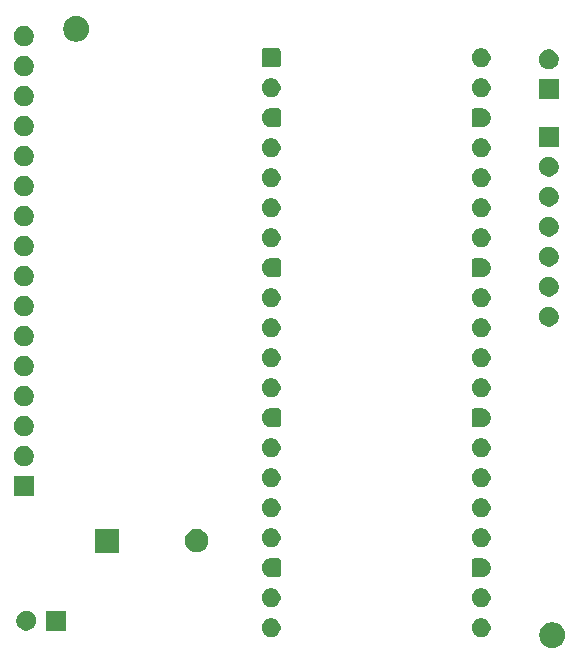
<source format=gbs>
G04 #@! TF.GenerationSoftware,KiCad,Pcbnew,9.0.2*
G04 #@! TF.CreationDate,2025-07-08T19:25:08+03:00*
G04 #@! TF.ProjectId,PCB,5043422e-6b69-4636-9164-5f7063625858,rev?*
G04 #@! TF.SameCoordinates,Original*
G04 #@! TF.FileFunction,Soldermask,Bot*
G04 #@! TF.FilePolarity,Negative*
%FSLAX46Y46*%
G04 Gerber Fmt 4.6, Leading zero omitted, Abs format (unit mm)*
G04 Created by KiCad (PCBNEW 9.0.2) date 2025-07-08 19:25:08*
%MOMM*%
%LPD*%
G01*
G04 APERTURE LIST*
G04 APERTURE END LIST*
G36*
X161756790Y-102430393D02*
G01*
X161920952Y-102483733D01*
X162074748Y-102562096D01*
X162214393Y-102663553D01*
X162336447Y-102785607D01*
X162437904Y-102925252D01*
X162516267Y-103079048D01*
X162569607Y-103243210D01*
X162596609Y-103413695D01*
X162596609Y-103586305D01*
X162569607Y-103756790D01*
X162516267Y-103920952D01*
X162437904Y-104074748D01*
X162336447Y-104214393D01*
X162214393Y-104336447D01*
X162074748Y-104437904D01*
X161920952Y-104516267D01*
X161756790Y-104569607D01*
X161586305Y-104596609D01*
X161413695Y-104596609D01*
X161243210Y-104569607D01*
X161079048Y-104516267D01*
X160925252Y-104437904D01*
X160785607Y-104336447D01*
X160663553Y-104214393D01*
X160562096Y-104074748D01*
X160483733Y-103920952D01*
X160430393Y-103756790D01*
X160403391Y-103586305D01*
X160403391Y-103413695D01*
X160430393Y-103243210D01*
X160483733Y-103079048D01*
X160562096Y-102925252D01*
X160663553Y-102785607D01*
X160785607Y-102663553D01*
X160925252Y-102562096D01*
X161079048Y-102483733D01*
X161243210Y-102430393D01*
X161413695Y-102403391D01*
X161586305Y-102403391D01*
X161756790Y-102430393D01*
G37*
G36*
X137932228Y-102094448D02*
G01*
X138077117Y-102154463D01*
X138207515Y-102241592D01*
X138318408Y-102352485D01*
X138405537Y-102482883D01*
X138465552Y-102627772D01*
X138496148Y-102781586D01*
X138496148Y-102938414D01*
X138465552Y-103092228D01*
X138405537Y-103237117D01*
X138318408Y-103367515D01*
X138207515Y-103478408D01*
X138077117Y-103565537D01*
X137932228Y-103625552D01*
X137778414Y-103656148D01*
X137621586Y-103656148D01*
X137467772Y-103625552D01*
X137322883Y-103565537D01*
X137192485Y-103478408D01*
X137081592Y-103367515D01*
X136994463Y-103237117D01*
X136934448Y-103092228D01*
X136903852Y-102938414D01*
X136903852Y-102781586D01*
X136934448Y-102627772D01*
X136994463Y-102482883D01*
X137081592Y-102352485D01*
X137192485Y-102241592D01*
X137322883Y-102154463D01*
X137467772Y-102094448D01*
X137621586Y-102063852D01*
X137778414Y-102063852D01*
X137932228Y-102094448D01*
G37*
G36*
X155712228Y-102094448D02*
G01*
X155857117Y-102154463D01*
X155987515Y-102241592D01*
X156098408Y-102352485D01*
X156185537Y-102482883D01*
X156245552Y-102627772D01*
X156276148Y-102781586D01*
X156276148Y-102938414D01*
X156245552Y-103092228D01*
X156185537Y-103237117D01*
X156098408Y-103367515D01*
X155987515Y-103478408D01*
X155857117Y-103565537D01*
X155712228Y-103625552D01*
X155558414Y-103656148D01*
X155401586Y-103656148D01*
X155247772Y-103625552D01*
X155102883Y-103565537D01*
X154972485Y-103478408D01*
X154861592Y-103367515D01*
X154774463Y-103237117D01*
X154714448Y-103092228D01*
X154683852Y-102938414D01*
X154683852Y-102781586D01*
X154714448Y-102627772D01*
X154774463Y-102482883D01*
X154861592Y-102352485D01*
X154972485Y-102241592D01*
X155102883Y-102154463D01*
X155247772Y-102094448D01*
X155401586Y-102063852D01*
X155558414Y-102063852D01*
X155712228Y-102094448D01*
G37*
G36*
X120358000Y-103108000D02*
G01*
X118658000Y-103108000D01*
X118658000Y-101408000D01*
X120358000Y-101408000D01*
X120358000Y-103108000D01*
G37*
G36*
X117214742Y-101444601D02*
G01*
X117368687Y-101508367D01*
X117507234Y-101600941D01*
X117625059Y-101718766D01*
X117717633Y-101857313D01*
X117781399Y-102011258D01*
X117813907Y-102174685D01*
X117813907Y-102341315D01*
X117781399Y-102504742D01*
X117717633Y-102658687D01*
X117625059Y-102797234D01*
X117507234Y-102915059D01*
X117368687Y-103007633D01*
X117214742Y-103071399D01*
X117051315Y-103103907D01*
X116884685Y-103103907D01*
X116721258Y-103071399D01*
X116567313Y-103007633D01*
X116428766Y-102915059D01*
X116310941Y-102797234D01*
X116218367Y-102658687D01*
X116154601Y-102504742D01*
X116122093Y-102341315D01*
X116122093Y-102174685D01*
X116154601Y-102011258D01*
X116218367Y-101857313D01*
X116310941Y-101718766D01*
X116428766Y-101600941D01*
X116567313Y-101508367D01*
X116721258Y-101444601D01*
X116884685Y-101412093D01*
X117051315Y-101412093D01*
X117214742Y-101444601D01*
G37*
G36*
X137932228Y-99554448D02*
G01*
X138077117Y-99614463D01*
X138207515Y-99701592D01*
X138318408Y-99812485D01*
X138405537Y-99942883D01*
X138465552Y-100087772D01*
X138496148Y-100241586D01*
X138496148Y-100398414D01*
X138465552Y-100552228D01*
X138405537Y-100697117D01*
X138318408Y-100827515D01*
X138207515Y-100938408D01*
X138077117Y-101025537D01*
X137932228Y-101085552D01*
X137778414Y-101116148D01*
X137621586Y-101116148D01*
X137467772Y-101085552D01*
X137322883Y-101025537D01*
X137192485Y-100938408D01*
X137081592Y-100827515D01*
X136994463Y-100697117D01*
X136934448Y-100552228D01*
X136903852Y-100398414D01*
X136903852Y-100241586D01*
X136934448Y-100087772D01*
X136994463Y-99942883D01*
X137081592Y-99812485D01*
X137192485Y-99701592D01*
X137322883Y-99614463D01*
X137467772Y-99554448D01*
X137621586Y-99523852D01*
X137778414Y-99523852D01*
X137932228Y-99554448D01*
G37*
G36*
X155712228Y-99554448D02*
G01*
X155857117Y-99614463D01*
X155987515Y-99701592D01*
X156098408Y-99812485D01*
X156185537Y-99942883D01*
X156245552Y-100087772D01*
X156276148Y-100241586D01*
X156276148Y-100398414D01*
X156245552Y-100552228D01*
X156185537Y-100697117D01*
X156098408Y-100827515D01*
X155987515Y-100938408D01*
X155857117Y-101025537D01*
X155712228Y-101085552D01*
X155558414Y-101116148D01*
X155401586Y-101116148D01*
X155247772Y-101085552D01*
X155102883Y-101025537D01*
X154972485Y-100938408D01*
X154861592Y-100827515D01*
X154774463Y-100697117D01*
X154714448Y-100552228D01*
X154683852Y-100398414D01*
X154683852Y-100241586D01*
X154714448Y-100087772D01*
X154774463Y-99942883D01*
X154861592Y-99812485D01*
X154972485Y-99701592D01*
X155102883Y-99614463D01*
X155247772Y-99554448D01*
X155401586Y-99523852D01*
X155558414Y-99523852D01*
X155712228Y-99554448D01*
G37*
G36*
X138303536Y-96976464D02*
G01*
X138305915Y-96978843D01*
X138333108Y-96978843D01*
X138339018Y-96978843D01*
X138340931Y-96979224D01*
X138346385Y-96981483D01*
X138346389Y-96981484D01*
X138407569Y-97006826D01*
X138413027Y-97009087D01*
X138414650Y-97010170D01*
X138469830Y-97065350D01*
X138470913Y-97066973D01*
X138500776Y-97139069D01*
X138501157Y-97140982D01*
X138501157Y-97174085D01*
X138503536Y-97176464D01*
X138505000Y-97180000D01*
X138505000Y-98380000D01*
X138503536Y-98383536D01*
X138501157Y-98385915D01*
X138501157Y-98419018D01*
X138500776Y-98420931D01*
X138470913Y-98493027D01*
X138469830Y-98494650D01*
X138414650Y-98549830D01*
X138413027Y-98550913D01*
X138340931Y-98580776D01*
X138339018Y-98581157D01*
X138305915Y-98581157D01*
X138303536Y-98583536D01*
X138300000Y-98585000D01*
X138288066Y-98585000D01*
X137711935Y-98585000D01*
X137700000Y-98585000D01*
X137696464Y-98583536D01*
X137695475Y-98581148D01*
X137624533Y-98581148D01*
X137621586Y-98581148D01*
X137620611Y-98581052D01*
X137466797Y-98550456D01*
X137465859Y-98550171D01*
X137320970Y-98490156D01*
X137320105Y-98489694D01*
X137225362Y-98426389D01*
X137192159Y-98404204D01*
X137192154Y-98404200D01*
X137189707Y-98402565D01*
X137188949Y-98401944D01*
X137078056Y-98291051D01*
X137077435Y-98290293D01*
X137075800Y-98287846D01*
X137075795Y-98287840D01*
X136991943Y-98162345D01*
X136991942Y-98162344D01*
X136990306Y-98159895D01*
X136989844Y-98159030D01*
X136988720Y-98156317D01*
X136988717Y-98156311D01*
X136930955Y-98016860D01*
X136930954Y-98016857D01*
X136929829Y-98014141D01*
X136929544Y-98013203D01*
X136928970Y-98010318D01*
X136928968Y-98010311D01*
X136899523Y-97862281D01*
X136899522Y-97862278D01*
X136898948Y-97859389D01*
X136898852Y-97858414D01*
X136898852Y-97701586D01*
X136898948Y-97700611D01*
X136899523Y-97697718D01*
X136928968Y-97549688D01*
X136928970Y-97549679D01*
X136929544Y-97546797D01*
X136929829Y-97545859D01*
X136930953Y-97543144D01*
X136930955Y-97543139D01*
X136988717Y-97403688D01*
X136988722Y-97403678D01*
X136989844Y-97400970D01*
X136990306Y-97400105D01*
X136991940Y-97397659D01*
X136991943Y-97397654D01*
X137075795Y-97272159D01*
X137075803Y-97272148D01*
X137077435Y-97269707D01*
X137078056Y-97268949D01*
X137188949Y-97158056D01*
X137189707Y-97157435D01*
X137192148Y-97155803D01*
X137192159Y-97155795D01*
X137317654Y-97071943D01*
X137317659Y-97071940D01*
X137320105Y-97070306D01*
X137320970Y-97069844D01*
X137323678Y-97068722D01*
X137323688Y-97068717D01*
X137463139Y-97010955D01*
X137463144Y-97010953D01*
X137465859Y-97009829D01*
X137466797Y-97009544D01*
X137469679Y-97008970D01*
X137469688Y-97008968D01*
X137617718Y-96979523D01*
X137617722Y-96979522D01*
X137620611Y-96978948D01*
X137621586Y-96978852D01*
X137695475Y-96978852D01*
X137696464Y-96976464D01*
X137700000Y-96975000D01*
X138300000Y-96975000D01*
X138303536Y-96976464D01*
G37*
G36*
X155483536Y-96976464D02*
G01*
X155484525Y-96978852D01*
X155555467Y-96978852D01*
X155558414Y-96978852D01*
X155559389Y-96978948D01*
X155562278Y-96979522D01*
X155562281Y-96979523D01*
X155710311Y-97008968D01*
X155710318Y-97008970D01*
X155713203Y-97009544D01*
X155714141Y-97009829D01*
X155716857Y-97010954D01*
X155716860Y-97010955D01*
X155856311Y-97068717D01*
X155856317Y-97068720D01*
X155859030Y-97069844D01*
X155859895Y-97070306D01*
X155862344Y-97071942D01*
X155862345Y-97071943D01*
X155987840Y-97155795D01*
X155987846Y-97155800D01*
X155990293Y-97157435D01*
X155991051Y-97158056D01*
X156101944Y-97268949D01*
X156102565Y-97269707D01*
X156104200Y-97272154D01*
X156104204Y-97272159D01*
X156161152Y-97357389D01*
X156189694Y-97400105D01*
X156190156Y-97400970D01*
X156250171Y-97545859D01*
X156250456Y-97546797D01*
X156281052Y-97700611D01*
X156281148Y-97701586D01*
X156281148Y-97858414D01*
X156281052Y-97859389D01*
X156250456Y-98013203D01*
X156250171Y-98014141D01*
X156190156Y-98159030D01*
X156189694Y-98159895D01*
X156102565Y-98290293D01*
X156101944Y-98291051D01*
X155991051Y-98401944D01*
X155990293Y-98402565D01*
X155859895Y-98489694D01*
X155859030Y-98490156D01*
X155714141Y-98550171D01*
X155713203Y-98550456D01*
X155559389Y-98581052D01*
X155558414Y-98581148D01*
X155484525Y-98581148D01*
X155483536Y-98583536D01*
X155480000Y-98585000D01*
X155468065Y-98585000D01*
X154891934Y-98585000D01*
X154880000Y-98585000D01*
X154876464Y-98583536D01*
X154874085Y-98581157D01*
X154846892Y-98581157D01*
X154840982Y-98581157D01*
X154839069Y-98580776D01*
X154766973Y-98550913D01*
X154765350Y-98549830D01*
X154710170Y-98494650D01*
X154709087Y-98493027D01*
X154706826Y-98487569D01*
X154681484Y-98426389D01*
X154681483Y-98426385D01*
X154679224Y-98420931D01*
X154678843Y-98419018D01*
X154678843Y-98385915D01*
X154676464Y-98383536D01*
X154675000Y-98380000D01*
X154675000Y-97180000D01*
X154676464Y-97176464D01*
X154678843Y-97174085D01*
X154678843Y-97140982D01*
X154679224Y-97139069D01*
X154681482Y-97133615D01*
X154681484Y-97133610D01*
X154706826Y-97072430D01*
X154706827Y-97072427D01*
X154709087Y-97066973D01*
X154710170Y-97065350D01*
X154765350Y-97010170D01*
X154766973Y-97009087D01*
X154772427Y-97006827D01*
X154772430Y-97006826D01*
X154833610Y-96981484D01*
X154833615Y-96981482D01*
X154839069Y-96979224D01*
X154840982Y-96978843D01*
X154874085Y-96978843D01*
X154876464Y-96976464D01*
X154880000Y-96975000D01*
X155480000Y-96975000D01*
X155483536Y-96976464D01*
G37*
G36*
X124800000Y-96500000D02*
G01*
X122800000Y-96500000D01*
X122800000Y-94500000D01*
X124800000Y-94500000D01*
X124800000Y-96500000D01*
G37*
G36*
X131690285Y-94543060D02*
G01*
X131871397Y-94618079D01*
X132034393Y-94726990D01*
X132173010Y-94865607D01*
X132281921Y-95028603D01*
X132356940Y-95209715D01*
X132395185Y-95401983D01*
X132395185Y-95598017D01*
X132356940Y-95790285D01*
X132281921Y-95971397D01*
X132173010Y-96134393D01*
X132034393Y-96273010D01*
X131871397Y-96381921D01*
X131690285Y-96456940D01*
X131498017Y-96495185D01*
X131301983Y-96495185D01*
X131109715Y-96456940D01*
X130928603Y-96381921D01*
X130765607Y-96273010D01*
X130626990Y-96134393D01*
X130518079Y-95971397D01*
X130443060Y-95790285D01*
X130404815Y-95598017D01*
X130404815Y-95401983D01*
X130443060Y-95209715D01*
X130518079Y-95028603D01*
X130626990Y-94865607D01*
X130765607Y-94726990D01*
X130928603Y-94618079D01*
X131109715Y-94543060D01*
X131301983Y-94504815D01*
X131498017Y-94504815D01*
X131690285Y-94543060D01*
G37*
G36*
X137932228Y-94474448D02*
G01*
X138077117Y-94534463D01*
X138207515Y-94621592D01*
X138318408Y-94732485D01*
X138405537Y-94862883D01*
X138465552Y-95007772D01*
X138496148Y-95161586D01*
X138496148Y-95318414D01*
X138465552Y-95472228D01*
X138405537Y-95617117D01*
X138318408Y-95747515D01*
X138207515Y-95858408D01*
X138077117Y-95945537D01*
X137932228Y-96005552D01*
X137778414Y-96036148D01*
X137621586Y-96036148D01*
X137467772Y-96005552D01*
X137322883Y-95945537D01*
X137192485Y-95858408D01*
X137081592Y-95747515D01*
X136994463Y-95617117D01*
X136934448Y-95472228D01*
X136903852Y-95318414D01*
X136903852Y-95161586D01*
X136934448Y-95007772D01*
X136994463Y-94862883D01*
X137081592Y-94732485D01*
X137192485Y-94621592D01*
X137322883Y-94534463D01*
X137467772Y-94474448D01*
X137621586Y-94443852D01*
X137778414Y-94443852D01*
X137932228Y-94474448D01*
G37*
G36*
X155712228Y-94474448D02*
G01*
X155857117Y-94534463D01*
X155987515Y-94621592D01*
X156098408Y-94732485D01*
X156185537Y-94862883D01*
X156245552Y-95007772D01*
X156276148Y-95161586D01*
X156276148Y-95318414D01*
X156245552Y-95472228D01*
X156185537Y-95617117D01*
X156098408Y-95747515D01*
X155987515Y-95858408D01*
X155857117Y-95945537D01*
X155712228Y-96005552D01*
X155558414Y-96036148D01*
X155401586Y-96036148D01*
X155247772Y-96005552D01*
X155102883Y-95945537D01*
X154972485Y-95858408D01*
X154861592Y-95747515D01*
X154774463Y-95617117D01*
X154714448Y-95472228D01*
X154683852Y-95318414D01*
X154683852Y-95161586D01*
X154714448Y-95007772D01*
X154774463Y-94862883D01*
X154861592Y-94732485D01*
X154972485Y-94621592D01*
X155102883Y-94534463D01*
X155247772Y-94474448D01*
X155401586Y-94443852D01*
X155558414Y-94443852D01*
X155712228Y-94474448D01*
G37*
G36*
X137932228Y-91934448D02*
G01*
X138077117Y-91994463D01*
X138207515Y-92081592D01*
X138318408Y-92192485D01*
X138405537Y-92322883D01*
X138465552Y-92467772D01*
X138496148Y-92621586D01*
X138496148Y-92778414D01*
X138465552Y-92932228D01*
X138405537Y-93077117D01*
X138318408Y-93207515D01*
X138207515Y-93318408D01*
X138077117Y-93405537D01*
X137932228Y-93465552D01*
X137778414Y-93496148D01*
X137621586Y-93496148D01*
X137467772Y-93465552D01*
X137322883Y-93405537D01*
X137192485Y-93318408D01*
X137081592Y-93207515D01*
X136994463Y-93077117D01*
X136934448Y-92932228D01*
X136903852Y-92778414D01*
X136903852Y-92621586D01*
X136934448Y-92467772D01*
X136994463Y-92322883D01*
X137081592Y-92192485D01*
X137192485Y-92081592D01*
X137322883Y-91994463D01*
X137467772Y-91934448D01*
X137621586Y-91903852D01*
X137778414Y-91903852D01*
X137932228Y-91934448D01*
G37*
G36*
X155712228Y-91934448D02*
G01*
X155857117Y-91994463D01*
X155987515Y-92081592D01*
X156098408Y-92192485D01*
X156185537Y-92322883D01*
X156245552Y-92467772D01*
X156276148Y-92621586D01*
X156276148Y-92778414D01*
X156245552Y-92932228D01*
X156185537Y-93077117D01*
X156098408Y-93207515D01*
X155987515Y-93318408D01*
X155857117Y-93405537D01*
X155712228Y-93465552D01*
X155558414Y-93496148D01*
X155401586Y-93496148D01*
X155247772Y-93465552D01*
X155102883Y-93405537D01*
X154972485Y-93318408D01*
X154861592Y-93207515D01*
X154774463Y-93077117D01*
X154714448Y-92932228D01*
X154683852Y-92778414D01*
X154683852Y-92621586D01*
X154714448Y-92467772D01*
X154774463Y-92322883D01*
X154861592Y-92192485D01*
X154972485Y-92081592D01*
X155102883Y-91994463D01*
X155247772Y-91934448D01*
X155401586Y-91903852D01*
X155558414Y-91903852D01*
X155712228Y-91934448D01*
G37*
G36*
X117610000Y-91720000D02*
G01*
X115910000Y-91720000D01*
X115910000Y-90020000D01*
X117610000Y-90020000D01*
X117610000Y-91720000D01*
G37*
G36*
X137932228Y-89394448D02*
G01*
X138077117Y-89454463D01*
X138207515Y-89541592D01*
X138318408Y-89652485D01*
X138405537Y-89782883D01*
X138465552Y-89927772D01*
X138496148Y-90081586D01*
X138496148Y-90238414D01*
X138465552Y-90392228D01*
X138405537Y-90537117D01*
X138318408Y-90667515D01*
X138207515Y-90778408D01*
X138077117Y-90865537D01*
X137932228Y-90925552D01*
X137778414Y-90956148D01*
X137621586Y-90956148D01*
X137467772Y-90925552D01*
X137322883Y-90865537D01*
X137192485Y-90778408D01*
X137081592Y-90667515D01*
X136994463Y-90537117D01*
X136934448Y-90392228D01*
X136903852Y-90238414D01*
X136903852Y-90081586D01*
X136934448Y-89927772D01*
X136994463Y-89782883D01*
X137081592Y-89652485D01*
X137192485Y-89541592D01*
X137322883Y-89454463D01*
X137467772Y-89394448D01*
X137621586Y-89363852D01*
X137778414Y-89363852D01*
X137932228Y-89394448D01*
G37*
G36*
X155712228Y-89394448D02*
G01*
X155857117Y-89454463D01*
X155987515Y-89541592D01*
X156098408Y-89652485D01*
X156185537Y-89782883D01*
X156245552Y-89927772D01*
X156276148Y-90081586D01*
X156276148Y-90238414D01*
X156245552Y-90392228D01*
X156185537Y-90537117D01*
X156098408Y-90667515D01*
X155987515Y-90778408D01*
X155857117Y-90865537D01*
X155712228Y-90925552D01*
X155558414Y-90956148D01*
X155401586Y-90956148D01*
X155247772Y-90925552D01*
X155102883Y-90865537D01*
X154972485Y-90778408D01*
X154861592Y-90667515D01*
X154774463Y-90537117D01*
X154714448Y-90392228D01*
X154683852Y-90238414D01*
X154683852Y-90081586D01*
X154714448Y-89927772D01*
X154774463Y-89782883D01*
X154861592Y-89652485D01*
X154972485Y-89541592D01*
X155102883Y-89454463D01*
X155247772Y-89394448D01*
X155401586Y-89363852D01*
X155558414Y-89363852D01*
X155712228Y-89394448D01*
G37*
G36*
X117006742Y-87516601D02*
G01*
X117160687Y-87580367D01*
X117299234Y-87672941D01*
X117417059Y-87790766D01*
X117509633Y-87929313D01*
X117573399Y-88083258D01*
X117605907Y-88246685D01*
X117605907Y-88413315D01*
X117573399Y-88576742D01*
X117509633Y-88730687D01*
X117417059Y-88869234D01*
X117299234Y-88987059D01*
X117160687Y-89079633D01*
X117006742Y-89143399D01*
X116843315Y-89175907D01*
X116676685Y-89175907D01*
X116513258Y-89143399D01*
X116359313Y-89079633D01*
X116220766Y-88987059D01*
X116102941Y-88869234D01*
X116010367Y-88730687D01*
X115946601Y-88576742D01*
X115914093Y-88413315D01*
X115914093Y-88246685D01*
X115946601Y-88083258D01*
X116010367Y-87929313D01*
X116102941Y-87790766D01*
X116220766Y-87672941D01*
X116359313Y-87580367D01*
X116513258Y-87516601D01*
X116676685Y-87484093D01*
X116843315Y-87484093D01*
X117006742Y-87516601D01*
G37*
G36*
X137932228Y-86854448D02*
G01*
X138077117Y-86914463D01*
X138207515Y-87001592D01*
X138318408Y-87112485D01*
X138405537Y-87242883D01*
X138465552Y-87387772D01*
X138496148Y-87541586D01*
X138496148Y-87698414D01*
X138465552Y-87852228D01*
X138405537Y-87997117D01*
X138318408Y-88127515D01*
X138207515Y-88238408D01*
X138077117Y-88325537D01*
X137932228Y-88385552D01*
X137778414Y-88416148D01*
X137621586Y-88416148D01*
X137467772Y-88385552D01*
X137322883Y-88325537D01*
X137192485Y-88238408D01*
X137081592Y-88127515D01*
X136994463Y-87997117D01*
X136934448Y-87852228D01*
X136903852Y-87698414D01*
X136903852Y-87541586D01*
X136934448Y-87387772D01*
X136994463Y-87242883D01*
X137081592Y-87112485D01*
X137192485Y-87001592D01*
X137322883Y-86914463D01*
X137467772Y-86854448D01*
X137621586Y-86823852D01*
X137778414Y-86823852D01*
X137932228Y-86854448D01*
G37*
G36*
X155712228Y-86854448D02*
G01*
X155857117Y-86914463D01*
X155987515Y-87001592D01*
X156098408Y-87112485D01*
X156185537Y-87242883D01*
X156245552Y-87387772D01*
X156276148Y-87541586D01*
X156276148Y-87698414D01*
X156245552Y-87852228D01*
X156185537Y-87997117D01*
X156098408Y-88127515D01*
X155987515Y-88238408D01*
X155857117Y-88325537D01*
X155712228Y-88385552D01*
X155558414Y-88416148D01*
X155401586Y-88416148D01*
X155247772Y-88385552D01*
X155102883Y-88325537D01*
X154972485Y-88238408D01*
X154861592Y-88127515D01*
X154774463Y-87997117D01*
X154714448Y-87852228D01*
X154683852Y-87698414D01*
X154683852Y-87541586D01*
X154714448Y-87387772D01*
X154774463Y-87242883D01*
X154861592Y-87112485D01*
X154972485Y-87001592D01*
X155102883Y-86914463D01*
X155247772Y-86854448D01*
X155401586Y-86823852D01*
X155558414Y-86823852D01*
X155712228Y-86854448D01*
G37*
G36*
X117006742Y-84976601D02*
G01*
X117160687Y-85040367D01*
X117299234Y-85132941D01*
X117417059Y-85250766D01*
X117509633Y-85389313D01*
X117573399Y-85543258D01*
X117605907Y-85706685D01*
X117605907Y-85873315D01*
X117573399Y-86036742D01*
X117509633Y-86190687D01*
X117417059Y-86329234D01*
X117299234Y-86447059D01*
X117160687Y-86539633D01*
X117006742Y-86603399D01*
X116843315Y-86635907D01*
X116676685Y-86635907D01*
X116513258Y-86603399D01*
X116359313Y-86539633D01*
X116220766Y-86447059D01*
X116102941Y-86329234D01*
X116010367Y-86190687D01*
X115946601Y-86036742D01*
X115914093Y-85873315D01*
X115914093Y-85706685D01*
X115946601Y-85543258D01*
X116010367Y-85389313D01*
X116102941Y-85250766D01*
X116220766Y-85132941D01*
X116359313Y-85040367D01*
X116513258Y-84976601D01*
X116676685Y-84944093D01*
X116843315Y-84944093D01*
X117006742Y-84976601D01*
G37*
G36*
X138303536Y-84276464D02*
G01*
X138305915Y-84278843D01*
X138333108Y-84278843D01*
X138339018Y-84278843D01*
X138340931Y-84279224D01*
X138346385Y-84281483D01*
X138346389Y-84281484D01*
X138407569Y-84306826D01*
X138413027Y-84309087D01*
X138414650Y-84310170D01*
X138469830Y-84365350D01*
X138470913Y-84366973D01*
X138500776Y-84439069D01*
X138501157Y-84440982D01*
X138501157Y-84474085D01*
X138503536Y-84476464D01*
X138505000Y-84480000D01*
X138505000Y-85680000D01*
X138503536Y-85683536D01*
X138501157Y-85685915D01*
X138501157Y-85719018D01*
X138500776Y-85720931D01*
X138470913Y-85793027D01*
X138469830Y-85794650D01*
X138414650Y-85849830D01*
X138413027Y-85850913D01*
X138340931Y-85880776D01*
X138339018Y-85881157D01*
X138305915Y-85881157D01*
X138303536Y-85883536D01*
X138300000Y-85885000D01*
X138288066Y-85885000D01*
X137711935Y-85885000D01*
X137700000Y-85885000D01*
X137696464Y-85883536D01*
X137695475Y-85881148D01*
X137624533Y-85881148D01*
X137621586Y-85881148D01*
X137620611Y-85881052D01*
X137466797Y-85850456D01*
X137465859Y-85850171D01*
X137320970Y-85790156D01*
X137320105Y-85789694D01*
X137225362Y-85726389D01*
X137192159Y-85704204D01*
X137192154Y-85704200D01*
X137189707Y-85702565D01*
X137188949Y-85701944D01*
X137078056Y-85591051D01*
X137077435Y-85590293D01*
X137075800Y-85587846D01*
X137075795Y-85587840D01*
X136991943Y-85462345D01*
X136991942Y-85462344D01*
X136990306Y-85459895D01*
X136989844Y-85459030D01*
X136988720Y-85456317D01*
X136988717Y-85456311D01*
X136930955Y-85316860D01*
X136930954Y-85316857D01*
X136929829Y-85314141D01*
X136929544Y-85313203D01*
X136928970Y-85310318D01*
X136928968Y-85310311D01*
X136899523Y-85162281D01*
X136899522Y-85162278D01*
X136898948Y-85159389D01*
X136898852Y-85158414D01*
X136898852Y-85001586D01*
X136898948Y-85000611D01*
X136903669Y-84976877D01*
X136928968Y-84849688D01*
X136928970Y-84849679D01*
X136929544Y-84846797D01*
X136929829Y-84845859D01*
X136930953Y-84843144D01*
X136930955Y-84843139D01*
X136988717Y-84703688D01*
X136988722Y-84703678D01*
X136989844Y-84700970D01*
X136990306Y-84700105D01*
X136991940Y-84697659D01*
X136991943Y-84697654D01*
X137075795Y-84572159D01*
X137075803Y-84572148D01*
X137077435Y-84569707D01*
X137078056Y-84568949D01*
X137188949Y-84458056D01*
X137189707Y-84457435D01*
X137192148Y-84455803D01*
X137192159Y-84455795D01*
X137317654Y-84371943D01*
X137317659Y-84371940D01*
X137320105Y-84370306D01*
X137320970Y-84369844D01*
X137323678Y-84368722D01*
X137323688Y-84368717D01*
X137463139Y-84310955D01*
X137463144Y-84310953D01*
X137465859Y-84309829D01*
X137466797Y-84309544D01*
X137469679Y-84308970D01*
X137469688Y-84308968D01*
X137617718Y-84279523D01*
X137617722Y-84279522D01*
X137620611Y-84278948D01*
X137621586Y-84278852D01*
X137695475Y-84278852D01*
X137696464Y-84276464D01*
X137700000Y-84275000D01*
X138300000Y-84275000D01*
X138303536Y-84276464D01*
G37*
G36*
X155483536Y-84276464D02*
G01*
X155484525Y-84278852D01*
X155555467Y-84278852D01*
X155558414Y-84278852D01*
X155559389Y-84278948D01*
X155562278Y-84279522D01*
X155562281Y-84279523D01*
X155710311Y-84308968D01*
X155710318Y-84308970D01*
X155713203Y-84309544D01*
X155714141Y-84309829D01*
X155716857Y-84310954D01*
X155716860Y-84310955D01*
X155856311Y-84368717D01*
X155856317Y-84368720D01*
X155859030Y-84369844D01*
X155859895Y-84370306D01*
X155862344Y-84371942D01*
X155862345Y-84371943D01*
X155987840Y-84455795D01*
X155987846Y-84455800D01*
X155990293Y-84457435D01*
X155991051Y-84458056D01*
X156101944Y-84568949D01*
X156102565Y-84569707D01*
X156104200Y-84572154D01*
X156104204Y-84572159D01*
X156161152Y-84657389D01*
X156189694Y-84700105D01*
X156190156Y-84700970D01*
X156250171Y-84845859D01*
X156250456Y-84846797D01*
X156281052Y-85000611D01*
X156281148Y-85001586D01*
X156281148Y-85158414D01*
X156281052Y-85159389D01*
X156250456Y-85313203D01*
X156250171Y-85314141D01*
X156190156Y-85459030D01*
X156189694Y-85459895D01*
X156102565Y-85590293D01*
X156101944Y-85591051D01*
X155991051Y-85701944D01*
X155990293Y-85702565D01*
X155859895Y-85789694D01*
X155859030Y-85790156D01*
X155714141Y-85850171D01*
X155713203Y-85850456D01*
X155559389Y-85881052D01*
X155558414Y-85881148D01*
X155484525Y-85881148D01*
X155483536Y-85883536D01*
X155480000Y-85885000D01*
X155468065Y-85885000D01*
X154891934Y-85885000D01*
X154880000Y-85885000D01*
X154876464Y-85883536D01*
X154874085Y-85881157D01*
X154846892Y-85881157D01*
X154840982Y-85881157D01*
X154839069Y-85880776D01*
X154766973Y-85850913D01*
X154765350Y-85849830D01*
X154710170Y-85794650D01*
X154709087Y-85793027D01*
X154706826Y-85787569D01*
X154681484Y-85726389D01*
X154681483Y-85726385D01*
X154679224Y-85720931D01*
X154678843Y-85719018D01*
X154678843Y-85685915D01*
X154676464Y-85683536D01*
X154675000Y-85680000D01*
X154675000Y-84480000D01*
X154676464Y-84476464D01*
X154678843Y-84474085D01*
X154678843Y-84440982D01*
X154679224Y-84439069D01*
X154681482Y-84433615D01*
X154681484Y-84433610D01*
X154706826Y-84372430D01*
X154706827Y-84372427D01*
X154709087Y-84366973D01*
X154710170Y-84365350D01*
X154765350Y-84310170D01*
X154766973Y-84309087D01*
X154772427Y-84306827D01*
X154772430Y-84306826D01*
X154833610Y-84281484D01*
X154833615Y-84281482D01*
X154839069Y-84279224D01*
X154840982Y-84278843D01*
X154874085Y-84278843D01*
X154876464Y-84276464D01*
X154880000Y-84275000D01*
X155480000Y-84275000D01*
X155483536Y-84276464D01*
G37*
G36*
X117006742Y-82436601D02*
G01*
X117160687Y-82500367D01*
X117299234Y-82592941D01*
X117417059Y-82710766D01*
X117509633Y-82849313D01*
X117573399Y-83003258D01*
X117605907Y-83166685D01*
X117605907Y-83333315D01*
X117573399Y-83496742D01*
X117509633Y-83650687D01*
X117417059Y-83789234D01*
X117299234Y-83907059D01*
X117160687Y-83999633D01*
X117006742Y-84063399D01*
X116843315Y-84095907D01*
X116676685Y-84095907D01*
X116513258Y-84063399D01*
X116359313Y-83999633D01*
X116220766Y-83907059D01*
X116102941Y-83789234D01*
X116010367Y-83650687D01*
X115946601Y-83496742D01*
X115914093Y-83333315D01*
X115914093Y-83166685D01*
X115946601Y-83003258D01*
X116010367Y-82849313D01*
X116102941Y-82710766D01*
X116220766Y-82592941D01*
X116359313Y-82500367D01*
X116513258Y-82436601D01*
X116676685Y-82404093D01*
X116843315Y-82404093D01*
X117006742Y-82436601D01*
G37*
G36*
X137932228Y-81774448D02*
G01*
X138077117Y-81834463D01*
X138207515Y-81921592D01*
X138318408Y-82032485D01*
X138405537Y-82162883D01*
X138465552Y-82307772D01*
X138496148Y-82461586D01*
X138496148Y-82618414D01*
X138465552Y-82772228D01*
X138405537Y-82917117D01*
X138318408Y-83047515D01*
X138207515Y-83158408D01*
X138077117Y-83245537D01*
X137932228Y-83305552D01*
X137778414Y-83336148D01*
X137621586Y-83336148D01*
X137467772Y-83305552D01*
X137322883Y-83245537D01*
X137192485Y-83158408D01*
X137081592Y-83047515D01*
X136994463Y-82917117D01*
X136934448Y-82772228D01*
X136903852Y-82618414D01*
X136903852Y-82461586D01*
X136934448Y-82307772D01*
X136994463Y-82162883D01*
X137081592Y-82032485D01*
X137192485Y-81921592D01*
X137322883Y-81834463D01*
X137467772Y-81774448D01*
X137621586Y-81743852D01*
X137778414Y-81743852D01*
X137932228Y-81774448D01*
G37*
G36*
X155712228Y-81774448D02*
G01*
X155857117Y-81834463D01*
X155987515Y-81921592D01*
X156098408Y-82032485D01*
X156185537Y-82162883D01*
X156245552Y-82307772D01*
X156276148Y-82461586D01*
X156276148Y-82618414D01*
X156245552Y-82772228D01*
X156185537Y-82917117D01*
X156098408Y-83047515D01*
X155987515Y-83158408D01*
X155857117Y-83245537D01*
X155712228Y-83305552D01*
X155558414Y-83336148D01*
X155401586Y-83336148D01*
X155247772Y-83305552D01*
X155102883Y-83245537D01*
X154972485Y-83158408D01*
X154861592Y-83047515D01*
X154774463Y-82917117D01*
X154714448Y-82772228D01*
X154683852Y-82618414D01*
X154683852Y-82461586D01*
X154714448Y-82307772D01*
X154774463Y-82162883D01*
X154861592Y-82032485D01*
X154972485Y-81921592D01*
X155102883Y-81834463D01*
X155247772Y-81774448D01*
X155401586Y-81743852D01*
X155558414Y-81743852D01*
X155712228Y-81774448D01*
G37*
G36*
X117006742Y-79896601D02*
G01*
X117160687Y-79960367D01*
X117299234Y-80052941D01*
X117417059Y-80170766D01*
X117509633Y-80309313D01*
X117573399Y-80463258D01*
X117605907Y-80626685D01*
X117605907Y-80793315D01*
X117573399Y-80956742D01*
X117509633Y-81110687D01*
X117417059Y-81249234D01*
X117299234Y-81367059D01*
X117160687Y-81459633D01*
X117006742Y-81523399D01*
X116843315Y-81555907D01*
X116676685Y-81555907D01*
X116513258Y-81523399D01*
X116359313Y-81459633D01*
X116220766Y-81367059D01*
X116102941Y-81249234D01*
X116010367Y-81110687D01*
X115946601Y-80956742D01*
X115914093Y-80793315D01*
X115914093Y-80626685D01*
X115946601Y-80463258D01*
X116010367Y-80309313D01*
X116102941Y-80170766D01*
X116220766Y-80052941D01*
X116359313Y-79960367D01*
X116513258Y-79896601D01*
X116676685Y-79864093D01*
X116843315Y-79864093D01*
X117006742Y-79896601D01*
G37*
G36*
X137932228Y-79234448D02*
G01*
X138077117Y-79294463D01*
X138207515Y-79381592D01*
X138318408Y-79492485D01*
X138405537Y-79622883D01*
X138465552Y-79767772D01*
X138496148Y-79921586D01*
X138496148Y-80078414D01*
X138465552Y-80232228D01*
X138405537Y-80377117D01*
X138318408Y-80507515D01*
X138207515Y-80618408D01*
X138077117Y-80705537D01*
X137932228Y-80765552D01*
X137778414Y-80796148D01*
X137621586Y-80796148D01*
X137467772Y-80765552D01*
X137322883Y-80705537D01*
X137192485Y-80618408D01*
X137081592Y-80507515D01*
X136994463Y-80377117D01*
X136934448Y-80232228D01*
X136903852Y-80078414D01*
X136903852Y-79921586D01*
X136934448Y-79767772D01*
X136994463Y-79622883D01*
X137081592Y-79492485D01*
X137192485Y-79381592D01*
X137322883Y-79294463D01*
X137467772Y-79234448D01*
X137621586Y-79203852D01*
X137778414Y-79203852D01*
X137932228Y-79234448D01*
G37*
G36*
X155712228Y-79234448D02*
G01*
X155857117Y-79294463D01*
X155987515Y-79381592D01*
X156098408Y-79492485D01*
X156185537Y-79622883D01*
X156245552Y-79767772D01*
X156276148Y-79921586D01*
X156276148Y-80078414D01*
X156245552Y-80232228D01*
X156185537Y-80377117D01*
X156098408Y-80507515D01*
X155987515Y-80618408D01*
X155857117Y-80705537D01*
X155712228Y-80765552D01*
X155558414Y-80796148D01*
X155401586Y-80796148D01*
X155247772Y-80765552D01*
X155102883Y-80705537D01*
X154972485Y-80618408D01*
X154861592Y-80507515D01*
X154774463Y-80377117D01*
X154714448Y-80232228D01*
X154683852Y-80078414D01*
X154683852Y-79921586D01*
X154714448Y-79767772D01*
X154774463Y-79622883D01*
X154861592Y-79492485D01*
X154972485Y-79381592D01*
X155102883Y-79294463D01*
X155247772Y-79234448D01*
X155401586Y-79203852D01*
X155558414Y-79203852D01*
X155712228Y-79234448D01*
G37*
G36*
X117006742Y-77356601D02*
G01*
X117160687Y-77420367D01*
X117299234Y-77512941D01*
X117417059Y-77630766D01*
X117509633Y-77769313D01*
X117573399Y-77923258D01*
X117605907Y-78086685D01*
X117605907Y-78253315D01*
X117573399Y-78416742D01*
X117509633Y-78570687D01*
X117417059Y-78709234D01*
X117299234Y-78827059D01*
X117160687Y-78919633D01*
X117006742Y-78983399D01*
X116843315Y-79015907D01*
X116676685Y-79015907D01*
X116513258Y-78983399D01*
X116359313Y-78919633D01*
X116220766Y-78827059D01*
X116102941Y-78709234D01*
X116010367Y-78570687D01*
X115946601Y-78416742D01*
X115914093Y-78253315D01*
X115914093Y-78086685D01*
X115946601Y-77923258D01*
X116010367Y-77769313D01*
X116102941Y-77630766D01*
X116220766Y-77512941D01*
X116359313Y-77420367D01*
X116513258Y-77356601D01*
X116676685Y-77324093D01*
X116843315Y-77324093D01*
X117006742Y-77356601D01*
G37*
G36*
X137932228Y-76694448D02*
G01*
X138077117Y-76754463D01*
X138207515Y-76841592D01*
X138318408Y-76952485D01*
X138405537Y-77082883D01*
X138465552Y-77227772D01*
X138496148Y-77381586D01*
X138496148Y-77538414D01*
X138465552Y-77692228D01*
X138405537Y-77837117D01*
X138318408Y-77967515D01*
X138207515Y-78078408D01*
X138077117Y-78165537D01*
X137932228Y-78225552D01*
X137778414Y-78256148D01*
X137621586Y-78256148D01*
X137467772Y-78225552D01*
X137322883Y-78165537D01*
X137192485Y-78078408D01*
X137081592Y-77967515D01*
X136994463Y-77837117D01*
X136934448Y-77692228D01*
X136903852Y-77538414D01*
X136903852Y-77381586D01*
X136934448Y-77227772D01*
X136994463Y-77082883D01*
X137081592Y-76952485D01*
X137192485Y-76841592D01*
X137322883Y-76754463D01*
X137467772Y-76694448D01*
X137621586Y-76663852D01*
X137778414Y-76663852D01*
X137932228Y-76694448D01*
G37*
G36*
X155712228Y-76694448D02*
G01*
X155857117Y-76754463D01*
X155987515Y-76841592D01*
X156098408Y-76952485D01*
X156185537Y-77082883D01*
X156245552Y-77227772D01*
X156276148Y-77381586D01*
X156276148Y-77538414D01*
X156245552Y-77692228D01*
X156185537Y-77837117D01*
X156098408Y-77967515D01*
X155987515Y-78078408D01*
X155857117Y-78165537D01*
X155712228Y-78225552D01*
X155558414Y-78256148D01*
X155401586Y-78256148D01*
X155247772Y-78225552D01*
X155102883Y-78165537D01*
X154972485Y-78078408D01*
X154861592Y-77967515D01*
X154774463Y-77837117D01*
X154714448Y-77692228D01*
X154683852Y-77538414D01*
X154683852Y-77381586D01*
X154714448Y-77227772D01*
X154774463Y-77082883D01*
X154861592Y-76952485D01*
X154972485Y-76841592D01*
X155102883Y-76754463D01*
X155247772Y-76694448D01*
X155401586Y-76663852D01*
X155558414Y-76663852D01*
X155712228Y-76694448D01*
G37*
G36*
X161446742Y-75706601D02*
G01*
X161600687Y-75770367D01*
X161739234Y-75862941D01*
X161857059Y-75980766D01*
X161949633Y-76119313D01*
X162013399Y-76273258D01*
X162045907Y-76436685D01*
X162045907Y-76603315D01*
X162013399Y-76766742D01*
X161949633Y-76920687D01*
X161857059Y-77059234D01*
X161739234Y-77177059D01*
X161600687Y-77269633D01*
X161446742Y-77333399D01*
X161283315Y-77365907D01*
X161116685Y-77365907D01*
X160953258Y-77333399D01*
X160799313Y-77269633D01*
X160660766Y-77177059D01*
X160542941Y-77059234D01*
X160450367Y-76920687D01*
X160386601Y-76766742D01*
X160354093Y-76603315D01*
X160354093Y-76436685D01*
X160386601Y-76273258D01*
X160450367Y-76119313D01*
X160542941Y-75980766D01*
X160660766Y-75862941D01*
X160799313Y-75770367D01*
X160953258Y-75706601D01*
X161116685Y-75674093D01*
X161283315Y-75674093D01*
X161446742Y-75706601D01*
G37*
G36*
X117006742Y-74816601D02*
G01*
X117160687Y-74880367D01*
X117299234Y-74972941D01*
X117417059Y-75090766D01*
X117509633Y-75229313D01*
X117573399Y-75383258D01*
X117605907Y-75546685D01*
X117605907Y-75713315D01*
X117573399Y-75876742D01*
X117509633Y-76030687D01*
X117417059Y-76169234D01*
X117299234Y-76287059D01*
X117160687Y-76379633D01*
X117006742Y-76443399D01*
X116843315Y-76475907D01*
X116676685Y-76475907D01*
X116513258Y-76443399D01*
X116359313Y-76379633D01*
X116220766Y-76287059D01*
X116102941Y-76169234D01*
X116010367Y-76030687D01*
X115946601Y-75876742D01*
X115914093Y-75713315D01*
X115914093Y-75546685D01*
X115946601Y-75383258D01*
X116010367Y-75229313D01*
X116102941Y-75090766D01*
X116220766Y-74972941D01*
X116359313Y-74880367D01*
X116513258Y-74816601D01*
X116676685Y-74784093D01*
X116843315Y-74784093D01*
X117006742Y-74816601D01*
G37*
G36*
X137932228Y-74154448D02*
G01*
X138077117Y-74214463D01*
X138207515Y-74301592D01*
X138318408Y-74412485D01*
X138405537Y-74542883D01*
X138465552Y-74687772D01*
X138496148Y-74841586D01*
X138496148Y-74998414D01*
X138465552Y-75152228D01*
X138405537Y-75297117D01*
X138318408Y-75427515D01*
X138207515Y-75538408D01*
X138077117Y-75625537D01*
X137932228Y-75685552D01*
X137778414Y-75716148D01*
X137621586Y-75716148D01*
X137467772Y-75685552D01*
X137322883Y-75625537D01*
X137192485Y-75538408D01*
X137081592Y-75427515D01*
X136994463Y-75297117D01*
X136934448Y-75152228D01*
X136903852Y-74998414D01*
X136903852Y-74841586D01*
X136934448Y-74687772D01*
X136994463Y-74542883D01*
X137081592Y-74412485D01*
X137192485Y-74301592D01*
X137322883Y-74214463D01*
X137467772Y-74154448D01*
X137621586Y-74123852D01*
X137778414Y-74123852D01*
X137932228Y-74154448D01*
G37*
G36*
X155712228Y-74154448D02*
G01*
X155857117Y-74214463D01*
X155987515Y-74301592D01*
X156098408Y-74412485D01*
X156185537Y-74542883D01*
X156245552Y-74687772D01*
X156276148Y-74841586D01*
X156276148Y-74998414D01*
X156245552Y-75152228D01*
X156185537Y-75297117D01*
X156098408Y-75427515D01*
X155987515Y-75538408D01*
X155857117Y-75625537D01*
X155712228Y-75685552D01*
X155558414Y-75716148D01*
X155401586Y-75716148D01*
X155247772Y-75685552D01*
X155102883Y-75625537D01*
X154972485Y-75538408D01*
X154861592Y-75427515D01*
X154774463Y-75297117D01*
X154714448Y-75152228D01*
X154683852Y-74998414D01*
X154683852Y-74841586D01*
X154714448Y-74687772D01*
X154774463Y-74542883D01*
X154861592Y-74412485D01*
X154972485Y-74301592D01*
X155102883Y-74214463D01*
X155247772Y-74154448D01*
X155401586Y-74123852D01*
X155558414Y-74123852D01*
X155712228Y-74154448D01*
G37*
G36*
X161446742Y-73166601D02*
G01*
X161600687Y-73230367D01*
X161739234Y-73322941D01*
X161857059Y-73440766D01*
X161949633Y-73579313D01*
X162013399Y-73733258D01*
X162045907Y-73896685D01*
X162045907Y-74063315D01*
X162013399Y-74226742D01*
X161949633Y-74380687D01*
X161857059Y-74519234D01*
X161739234Y-74637059D01*
X161600687Y-74729633D01*
X161446742Y-74793399D01*
X161283315Y-74825907D01*
X161116685Y-74825907D01*
X160953258Y-74793399D01*
X160799313Y-74729633D01*
X160660766Y-74637059D01*
X160542941Y-74519234D01*
X160450367Y-74380687D01*
X160386601Y-74226742D01*
X160354093Y-74063315D01*
X160354093Y-73896685D01*
X160386601Y-73733258D01*
X160450367Y-73579313D01*
X160542941Y-73440766D01*
X160660766Y-73322941D01*
X160799313Y-73230367D01*
X160953258Y-73166601D01*
X161116685Y-73134093D01*
X161283315Y-73134093D01*
X161446742Y-73166601D01*
G37*
G36*
X117006742Y-72276601D02*
G01*
X117160687Y-72340367D01*
X117299234Y-72432941D01*
X117417059Y-72550766D01*
X117509633Y-72689313D01*
X117573399Y-72843258D01*
X117605907Y-73006685D01*
X117605907Y-73173315D01*
X117573399Y-73336742D01*
X117509633Y-73490687D01*
X117417059Y-73629234D01*
X117299234Y-73747059D01*
X117160687Y-73839633D01*
X117006742Y-73903399D01*
X116843315Y-73935907D01*
X116676685Y-73935907D01*
X116513258Y-73903399D01*
X116359313Y-73839633D01*
X116220766Y-73747059D01*
X116102941Y-73629234D01*
X116010367Y-73490687D01*
X115946601Y-73336742D01*
X115914093Y-73173315D01*
X115914093Y-73006685D01*
X115946601Y-72843258D01*
X116010367Y-72689313D01*
X116102941Y-72550766D01*
X116220766Y-72432941D01*
X116359313Y-72340367D01*
X116513258Y-72276601D01*
X116676685Y-72244093D01*
X116843315Y-72244093D01*
X117006742Y-72276601D01*
G37*
G36*
X138303536Y-71576464D02*
G01*
X138305915Y-71578843D01*
X138333108Y-71578843D01*
X138339018Y-71578843D01*
X138340931Y-71579224D01*
X138346385Y-71581483D01*
X138346389Y-71581484D01*
X138407569Y-71606826D01*
X138413027Y-71609087D01*
X138414650Y-71610170D01*
X138469830Y-71665350D01*
X138470913Y-71666973D01*
X138500776Y-71739069D01*
X138501157Y-71740982D01*
X138501157Y-71774085D01*
X138503536Y-71776464D01*
X138505000Y-71780000D01*
X138505000Y-72980000D01*
X138503536Y-72983536D01*
X138501157Y-72985915D01*
X138501157Y-73019018D01*
X138500776Y-73020931D01*
X138470913Y-73093027D01*
X138469830Y-73094650D01*
X138414650Y-73149830D01*
X138413027Y-73150913D01*
X138340931Y-73180776D01*
X138339018Y-73181157D01*
X138305915Y-73181157D01*
X138303536Y-73183536D01*
X138300000Y-73185000D01*
X138288066Y-73185000D01*
X137711935Y-73185000D01*
X137700000Y-73185000D01*
X137696464Y-73183536D01*
X137695475Y-73181148D01*
X137624533Y-73181148D01*
X137621586Y-73181148D01*
X137620611Y-73181052D01*
X137466797Y-73150456D01*
X137465859Y-73150171D01*
X137320970Y-73090156D01*
X137320105Y-73089694D01*
X137225362Y-73026389D01*
X137192159Y-73004204D01*
X137192154Y-73004200D01*
X137189707Y-73002565D01*
X137188949Y-73001944D01*
X137078056Y-72891051D01*
X137077435Y-72890293D01*
X137075800Y-72887846D01*
X137075795Y-72887840D01*
X136991943Y-72762345D01*
X136991942Y-72762344D01*
X136990306Y-72759895D01*
X136989844Y-72759030D01*
X136988720Y-72756317D01*
X136988717Y-72756311D01*
X136930955Y-72616860D01*
X136930954Y-72616857D01*
X136929829Y-72614141D01*
X136929544Y-72613203D01*
X136928970Y-72610318D01*
X136928968Y-72610311D01*
X136899523Y-72462281D01*
X136899522Y-72462278D01*
X136898948Y-72459389D01*
X136898852Y-72458414D01*
X136898852Y-72301586D01*
X136898948Y-72300611D01*
X136899523Y-72297718D01*
X136928968Y-72149688D01*
X136928970Y-72149679D01*
X136929544Y-72146797D01*
X136929829Y-72145859D01*
X136930953Y-72143144D01*
X136930955Y-72143139D01*
X136988717Y-72003688D01*
X136988722Y-72003678D01*
X136989844Y-72000970D01*
X136990306Y-72000105D01*
X136991940Y-71997659D01*
X136991943Y-71997654D01*
X137075795Y-71872159D01*
X137075803Y-71872148D01*
X137077435Y-71869707D01*
X137078056Y-71868949D01*
X137188949Y-71758056D01*
X137189707Y-71757435D01*
X137192148Y-71755803D01*
X137192159Y-71755795D01*
X137317654Y-71671943D01*
X137317659Y-71671940D01*
X137320105Y-71670306D01*
X137320970Y-71669844D01*
X137323678Y-71668722D01*
X137323688Y-71668717D01*
X137463139Y-71610955D01*
X137463144Y-71610953D01*
X137465859Y-71609829D01*
X137466797Y-71609544D01*
X137469679Y-71608970D01*
X137469688Y-71608968D01*
X137617718Y-71579523D01*
X137617722Y-71579522D01*
X137620611Y-71578948D01*
X137621586Y-71578852D01*
X137695475Y-71578852D01*
X137696464Y-71576464D01*
X137700000Y-71575000D01*
X138300000Y-71575000D01*
X138303536Y-71576464D01*
G37*
G36*
X155483536Y-71576464D02*
G01*
X155484525Y-71578852D01*
X155555467Y-71578852D01*
X155558414Y-71578852D01*
X155559389Y-71578948D01*
X155562278Y-71579522D01*
X155562281Y-71579523D01*
X155710311Y-71608968D01*
X155710318Y-71608970D01*
X155713203Y-71609544D01*
X155714141Y-71609829D01*
X155716857Y-71610954D01*
X155716860Y-71610955D01*
X155856311Y-71668717D01*
X155856317Y-71668720D01*
X155859030Y-71669844D01*
X155859895Y-71670306D01*
X155862344Y-71671942D01*
X155862345Y-71671943D01*
X155987840Y-71755795D01*
X155987846Y-71755800D01*
X155990293Y-71757435D01*
X155991051Y-71758056D01*
X156101944Y-71868949D01*
X156102565Y-71869707D01*
X156104200Y-71872154D01*
X156104204Y-71872159D01*
X156161152Y-71957389D01*
X156189694Y-72000105D01*
X156190156Y-72000970D01*
X156250171Y-72145859D01*
X156250456Y-72146797D01*
X156281052Y-72300611D01*
X156281148Y-72301586D01*
X156281148Y-72458414D01*
X156281052Y-72459389D01*
X156250456Y-72613203D01*
X156250171Y-72614141D01*
X156190156Y-72759030D01*
X156189694Y-72759895D01*
X156102565Y-72890293D01*
X156101944Y-72891051D01*
X155991051Y-73001944D01*
X155990293Y-73002565D01*
X155859895Y-73089694D01*
X155859030Y-73090156D01*
X155714141Y-73150171D01*
X155713203Y-73150456D01*
X155559389Y-73181052D01*
X155558414Y-73181148D01*
X155484525Y-73181148D01*
X155483536Y-73183536D01*
X155480000Y-73185000D01*
X155468065Y-73185000D01*
X154891934Y-73185000D01*
X154880000Y-73185000D01*
X154876464Y-73183536D01*
X154874085Y-73181157D01*
X154846892Y-73181157D01*
X154840982Y-73181157D01*
X154839069Y-73180776D01*
X154766973Y-73150913D01*
X154765350Y-73149830D01*
X154710170Y-73094650D01*
X154709087Y-73093027D01*
X154706826Y-73087569D01*
X154681484Y-73026389D01*
X154681483Y-73026385D01*
X154679224Y-73020931D01*
X154678843Y-73019018D01*
X154678843Y-72985915D01*
X154676464Y-72983536D01*
X154675000Y-72980000D01*
X154675000Y-71780000D01*
X154676464Y-71776464D01*
X154678843Y-71774085D01*
X154678843Y-71740982D01*
X154679224Y-71739069D01*
X154681482Y-71733615D01*
X154681484Y-71733610D01*
X154706826Y-71672430D01*
X154706827Y-71672427D01*
X154709087Y-71666973D01*
X154710170Y-71665350D01*
X154765350Y-71610170D01*
X154766973Y-71609087D01*
X154772427Y-71606827D01*
X154772430Y-71606826D01*
X154833610Y-71581484D01*
X154833615Y-71581482D01*
X154839069Y-71579224D01*
X154840982Y-71578843D01*
X154874085Y-71578843D01*
X154876464Y-71576464D01*
X154880000Y-71575000D01*
X155480000Y-71575000D01*
X155483536Y-71576464D01*
G37*
G36*
X161446742Y-70626601D02*
G01*
X161600687Y-70690367D01*
X161739234Y-70782941D01*
X161857059Y-70900766D01*
X161949633Y-71039313D01*
X162013399Y-71193258D01*
X162045907Y-71356685D01*
X162045907Y-71523315D01*
X162013399Y-71686742D01*
X161949633Y-71840687D01*
X161857059Y-71979234D01*
X161739234Y-72097059D01*
X161600687Y-72189633D01*
X161446742Y-72253399D01*
X161283315Y-72285907D01*
X161116685Y-72285907D01*
X160953258Y-72253399D01*
X160799313Y-72189633D01*
X160660766Y-72097059D01*
X160542941Y-71979234D01*
X160450367Y-71840687D01*
X160386601Y-71686742D01*
X160354093Y-71523315D01*
X160354093Y-71356685D01*
X160386601Y-71193258D01*
X160450367Y-71039313D01*
X160542941Y-70900766D01*
X160660766Y-70782941D01*
X160799313Y-70690367D01*
X160953258Y-70626601D01*
X161116685Y-70594093D01*
X161283315Y-70594093D01*
X161446742Y-70626601D01*
G37*
G36*
X117006742Y-69736601D02*
G01*
X117160687Y-69800367D01*
X117299234Y-69892941D01*
X117417059Y-70010766D01*
X117509633Y-70149313D01*
X117573399Y-70303258D01*
X117605907Y-70466685D01*
X117605907Y-70633315D01*
X117573399Y-70796742D01*
X117509633Y-70950687D01*
X117417059Y-71089234D01*
X117299234Y-71207059D01*
X117160687Y-71299633D01*
X117006742Y-71363399D01*
X116843315Y-71395907D01*
X116676685Y-71395907D01*
X116513258Y-71363399D01*
X116359313Y-71299633D01*
X116220766Y-71207059D01*
X116102941Y-71089234D01*
X116010367Y-70950687D01*
X115946601Y-70796742D01*
X115914093Y-70633315D01*
X115914093Y-70466685D01*
X115946601Y-70303258D01*
X116010367Y-70149313D01*
X116102941Y-70010766D01*
X116220766Y-69892941D01*
X116359313Y-69800367D01*
X116513258Y-69736601D01*
X116676685Y-69704093D01*
X116843315Y-69704093D01*
X117006742Y-69736601D01*
G37*
G36*
X137932228Y-69074448D02*
G01*
X138077117Y-69134463D01*
X138207515Y-69221592D01*
X138318408Y-69332485D01*
X138405537Y-69462883D01*
X138465552Y-69607772D01*
X138496148Y-69761586D01*
X138496148Y-69918414D01*
X138465552Y-70072228D01*
X138405537Y-70217117D01*
X138318408Y-70347515D01*
X138207515Y-70458408D01*
X138077117Y-70545537D01*
X137932228Y-70605552D01*
X137778414Y-70636148D01*
X137621586Y-70636148D01*
X137467772Y-70605552D01*
X137322883Y-70545537D01*
X137192485Y-70458408D01*
X137081592Y-70347515D01*
X136994463Y-70217117D01*
X136934448Y-70072228D01*
X136903852Y-69918414D01*
X136903852Y-69761586D01*
X136934448Y-69607772D01*
X136994463Y-69462883D01*
X137081592Y-69332485D01*
X137192485Y-69221592D01*
X137322883Y-69134463D01*
X137467772Y-69074448D01*
X137621586Y-69043852D01*
X137778414Y-69043852D01*
X137932228Y-69074448D01*
G37*
G36*
X155712228Y-69074448D02*
G01*
X155857117Y-69134463D01*
X155987515Y-69221592D01*
X156098408Y-69332485D01*
X156185537Y-69462883D01*
X156245552Y-69607772D01*
X156276148Y-69761586D01*
X156276148Y-69918414D01*
X156245552Y-70072228D01*
X156185537Y-70217117D01*
X156098408Y-70347515D01*
X155987515Y-70458408D01*
X155857117Y-70545537D01*
X155712228Y-70605552D01*
X155558414Y-70636148D01*
X155401586Y-70636148D01*
X155247772Y-70605552D01*
X155102883Y-70545537D01*
X154972485Y-70458408D01*
X154861592Y-70347515D01*
X154774463Y-70217117D01*
X154714448Y-70072228D01*
X154683852Y-69918414D01*
X154683852Y-69761586D01*
X154714448Y-69607772D01*
X154774463Y-69462883D01*
X154861592Y-69332485D01*
X154972485Y-69221592D01*
X155102883Y-69134463D01*
X155247772Y-69074448D01*
X155401586Y-69043852D01*
X155558414Y-69043852D01*
X155712228Y-69074448D01*
G37*
G36*
X161446742Y-68086601D02*
G01*
X161600687Y-68150367D01*
X161739234Y-68242941D01*
X161857059Y-68360766D01*
X161949633Y-68499313D01*
X162013399Y-68653258D01*
X162045907Y-68816685D01*
X162045907Y-68983315D01*
X162013399Y-69146742D01*
X161949633Y-69300687D01*
X161857059Y-69439234D01*
X161739234Y-69557059D01*
X161600687Y-69649633D01*
X161446742Y-69713399D01*
X161283315Y-69745907D01*
X161116685Y-69745907D01*
X160953258Y-69713399D01*
X160799313Y-69649633D01*
X160660766Y-69557059D01*
X160542941Y-69439234D01*
X160450367Y-69300687D01*
X160386601Y-69146742D01*
X160354093Y-68983315D01*
X160354093Y-68816685D01*
X160386601Y-68653258D01*
X160450367Y-68499313D01*
X160542941Y-68360766D01*
X160660766Y-68242941D01*
X160799313Y-68150367D01*
X160953258Y-68086601D01*
X161116685Y-68054093D01*
X161283315Y-68054093D01*
X161446742Y-68086601D01*
G37*
G36*
X117006742Y-67196601D02*
G01*
X117160687Y-67260367D01*
X117299234Y-67352941D01*
X117417059Y-67470766D01*
X117509633Y-67609313D01*
X117573399Y-67763258D01*
X117605907Y-67926685D01*
X117605907Y-68093315D01*
X117573399Y-68256742D01*
X117509633Y-68410687D01*
X117417059Y-68549234D01*
X117299234Y-68667059D01*
X117160687Y-68759633D01*
X117006742Y-68823399D01*
X116843315Y-68855907D01*
X116676685Y-68855907D01*
X116513258Y-68823399D01*
X116359313Y-68759633D01*
X116220766Y-68667059D01*
X116102941Y-68549234D01*
X116010367Y-68410687D01*
X115946601Y-68256742D01*
X115914093Y-68093315D01*
X115914093Y-67926685D01*
X115946601Y-67763258D01*
X116010367Y-67609313D01*
X116102941Y-67470766D01*
X116220766Y-67352941D01*
X116359313Y-67260367D01*
X116513258Y-67196601D01*
X116676685Y-67164093D01*
X116843315Y-67164093D01*
X117006742Y-67196601D01*
G37*
G36*
X137932228Y-66534448D02*
G01*
X138077117Y-66594463D01*
X138207515Y-66681592D01*
X138318408Y-66792485D01*
X138405537Y-66922883D01*
X138465552Y-67067772D01*
X138496148Y-67221586D01*
X138496148Y-67378414D01*
X138465552Y-67532228D01*
X138405537Y-67677117D01*
X138318408Y-67807515D01*
X138207515Y-67918408D01*
X138077117Y-68005537D01*
X137932228Y-68065552D01*
X137778414Y-68096148D01*
X137621586Y-68096148D01*
X137467772Y-68065552D01*
X137322883Y-68005537D01*
X137192485Y-67918408D01*
X137081592Y-67807515D01*
X136994463Y-67677117D01*
X136934448Y-67532228D01*
X136903852Y-67378414D01*
X136903852Y-67221586D01*
X136934448Y-67067772D01*
X136994463Y-66922883D01*
X137081592Y-66792485D01*
X137192485Y-66681592D01*
X137322883Y-66594463D01*
X137467772Y-66534448D01*
X137621586Y-66503852D01*
X137778414Y-66503852D01*
X137932228Y-66534448D01*
G37*
G36*
X155712228Y-66534448D02*
G01*
X155857117Y-66594463D01*
X155987515Y-66681592D01*
X156098408Y-66792485D01*
X156185537Y-66922883D01*
X156245552Y-67067772D01*
X156276148Y-67221586D01*
X156276148Y-67378414D01*
X156245552Y-67532228D01*
X156185537Y-67677117D01*
X156098408Y-67807515D01*
X155987515Y-67918408D01*
X155857117Y-68005537D01*
X155712228Y-68065552D01*
X155558414Y-68096148D01*
X155401586Y-68096148D01*
X155247772Y-68065552D01*
X155102883Y-68005537D01*
X154972485Y-67918408D01*
X154861592Y-67807515D01*
X154774463Y-67677117D01*
X154714448Y-67532228D01*
X154683852Y-67378414D01*
X154683852Y-67221586D01*
X154714448Y-67067772D01*
X154774463Y-66922883D01*
X154861592Y-66792485D01*
X154972485Y-66681592D01*
X155102883Y-66594463D01*
X155247772Y-66534448D01*
X155401586Y-66503852D01*
X155558414Y-66503852D01*
X155712228Y-66534448D01*
G37*
G36*
X161446742Y-65546601D02*
G01*
X161600687Y-65610367D01*
X161739234Y-65702941D01*
X161857059Y-65820766D01*
X161949633Y-65959313D01*
X162013399Y-66113258D01*
X162045907Y-66276685D01*
X162045907Y-66443315D01*
X162013399Y-66606742D01*
X161949633Y-66760687D01*
X161857059Y-66899234D01*
X161739234Y-67017059D01*
X161600687Y-67109633D01*
X161446742Y-67173399D01*
X161283315Y-67205907D01*
X161116685Y-67205907D01*
X160953258Y-67173399D01*
X160799313Y-67109633D01*
X160660766Y-67017059D01*
X160542941Y-66899234D01*
X160450367Y-66760687D01*
X160386601Y-66606742D01*
X160354093Y-66443315D01*
X160354093Y-66276685D01*
X160386601Y-66113258D01*
X160450367Y-65959313D01*
X160542941Y-65820766D01*
X160660766Y-65702941D01*
X160799313Y-65610367D01*
X160953258Y-65546601D01*
X161116685Y-65514093D01*
X161283315Y-65514093D01*
X161446742Y-65546601D01*
G37*
G36*
X117006742Y-64656601D02*
G01*
X117160687Y-64720367D01*
X117299234Y-64812941D01*
X117417059Y-64930766D01*
X117509633Y-65069313D01*
X117573399Y-65223258D01*
X117605907Y-65386685D01*
X117605907Y-65553315D01*
X117573399Y-65716742D01*
X117509633Y-65870687D01*
X117417059Y-66009234D01*
X117299234Y-66127059D01*
X117160687Y-66219633D01*
X117006742Y-66283399D01*
X116843315Y-66315907D01*
X116676685Y-66315907D01*
X116513258Y-66283399D01*
X116359313Y-66219633D01*
X116220766Y-66127059D01*
X116102941Y-66009234D01*
X116010367Y-65870687D01*
X115946601Y-65716742D01*
X115914093Y-65553315D01*
X115914093Y-65386685D01*
X115946601Y-65223258D01*
X116010367Y-65069313D01*
X116102941Y-64930766D01*
X116220766Y-64812941D01*
X116359313Y-64720367D01*
X116513258Y-64656601D01*
X116676685Y-64624093D01*
X116843315Y-64624093D01*
X117006742Y-64656601D01*
G37*
G36*
X137932228Y-63994448D02*
G01*
X138077117Y-64054463D01*
X138207515Y-64141592D01*
X138318408Y-64252485D01*
X138405537Y-64382883D01*
X138465552Y-64527772D01*
X138496148Y-64681586D01*
X138496148Y-64838414D01*
X138465552Y-64992228D01*
X138405537Y-65137117D01*
X138318408Y-65267515D01*
X138207515Y-65378408D01*
X138077117Y-65465537D01*
X137932228Y-65525552D01*
X137778414Y-65556148D01*
X137621586Y-65556148D01*
X137467772Y-65525552D01*
X137322883Y-65465537D01*
X137192485Y-65378408D01*
X137081592Y-65267515D01*
X136994463Y-65137117D01*
X136934448Y-64992228D01*
X136903852Y-64838414D01*
X136903852Y-64681586D01*
X136934448Y-64527772D01*
X136994463Y-64382883D01*
X137081592Y-64252485D01*
X137192485Y-64141592D01*
X137322883Y-64054463D01*
X137467772Y-63994448D01*
X137621586Y-63963852D01*
X137778414Y-63963852D01*
X137932228Y-63994448D01*
G37*
G36*
X155712228Y-63994448D02*
G01*
X155857117Y-64054463D01*
X155987515Y-64141592D01*
X156098408Y-64252485D01*
X156185537Y-64382883D01*
X156245552Y-64527772D01*
X156276148Y-64681586D01*
X156276148Y-64838414D01*
X156245552Y-64992228D01*
X156185537Y-65137117D01*
X156098408Y-65267515D01*
X155987515Y-65378408D01*
X155857117Y-65465537D01*
X155712228Y-65525552D01*
X155558414Y-65556148D01*
X155401586Y-65556148D01*
X155247772Y-65525552D01*
X155102883Y-65465537D01*
X154972485Y-65378408D01*
X154861592Y-65267515D01*
X154774463Y-65137117D01*
X154714448Y-64992228D01*
X154683852Y-64838414D01*
X154683852Y-64681586D01*
X154714448Y-64527772D01*
X154774463Y-64382883D01*
X154861592Y-64252485D01*
X154972485Y-64141592D01*
X155102883Y-64054463D01*
X155247772Y-63994448D01*
X155401586Y-63963852D01*
X155558414Y-63963852D01*
X155712228Y-63994448D01*
G37*
G36*
X161446742Y-63006601D02*
G01*
X161600687Y-63070367D01*
X161739234Y-63162941D01*
X161857059Y-63280766D01*
X161949633Y-63419313D01*
X162013399Y-63573258D01*
X162045907Y-63736685D01*
X162045907Y-63903315D01*
X162013399Y-64066742D01*
X161949633Y-64220687D01*
X161857059Y-64359234D01*
X161739234Y-64477059D01*
X161600687Y-64569633D01*
X161446742Y-64633399D01*
X161283315Y-64665907D01*
X161116685Y-64665907D01*
X160953258Y-64633399D01*
X160799313Y-64569633D01*
X160660766Y-64477059D01*
X160542941Y-64359234D01*
X160450367Y-64220687D01*
X160386601Y-64066742D01*
X160354093Y-63903315D01*
X160354093Y-63736685D01*
X160386601Y-63573258D01*
X160450367Y-63419313D01*
X160542941Y-63280766D01*
X160660766Y-63162941D01*
X160799313Y-63070367D01*
X160953258Y-63006601D01*
X161116685Y-62974093D01*
X161283315Y-62974093D01*
X161446742Y-63006601D01*
G37*
G36*
X117006742Y-62116601D02*
G01*
X117160687Y-62180367D01*
X117299234Y-62272941D01*
X117417059Y-62390766D01*
X117509633Y-62529313D01*
X117573399Y-62683258D01*
X117605907Y-62846685D01*
X117605907Y-63013315D01*
X117573399Y-63176742D01*
X117509633Y-63330687D01*
X117417059Y-63469234D01*
X117299234Y-63587059D01*
X117160687Y-63679633D01*
X117006742Y-63743399D01*
X116843315Y-63775907D01*
X116676685Y-63775907D01*
X116513258Y-63743399D01*
X116359313Y-63679633D01*
X116220766Y-63587059D01*
X116102941Y-63469234D01*
X116010367Y-63330687D01*
X115946601Y-63176742D01*
X115914093Y-63013315D01*
X115914093Y-62846685D01*
X115946601Y-62683258D01*
X116010367Y-62529313D01*
X116102941Y-62390766D01*
X116220766Y-62272941D01*
X116359313Y-62180367D01*
X116513258Y-62116601D01*
X116676685Y-62084093D01*
X116843315Y-62084093D01*
X117006742Y-62116601D01*
G37*
G36*
X137932228Y-61454448D02*
G01*
X138077117Y-61514463D01*
X138207515Y-61601592D01*
X138318408Y-61712485D01*
X138405537Y-61842883D01*
X138465552Y-61987772D01*
X138496148Y-62141586D01*
X138496148Y-62298414D01*
X138465552Y-62452228D01*
X138405537Y-62597117D01*
X138318408Y-62727515D01*
X138207515Y-62838408D01*
X138077117Y-62925537D01*
X137932228Y-62985552D01*
X137778414Y-63016148D01*
X137621586Y-63016148D01*
X137467772Y-62985552D01*
X137322883Y-62925537D01*
X137192485Y-62838408D01*
X137081592Y-62727515D01*
X136994463Y-62597117D01*
X136934448Y-62452228D01*
X136903852Y-62298414D01*
X136903852Y-62141586D01*
X136934448Y-61987772D01*
X136994463Y-61842883D01*
X137081592Y-61712485D01*
X137192485Y-61601592D01*
X137322883Y-61514463D01*
X137467772Y-61454448D01*
X137621586Y-61423852D01*
X137778414Y-61423852D01*
X137932228Y-61454448D01*
G37*
G36*
X155712228Y-61454448D02*
G01*
X155857117Y-61514463D01*
X155987515Y-61601592D01*
X156098408Y-61712485D01*
X156185537Y-61842883D01*
X156245552Y-61987772D01*
X156276148Y-62141586D01*
X156276148Y-62298414D01*
X156245552Y-62452228D01*
X156185537Y-62597117D01*
X156098408Y-62727515D01*
X155987515Y-62838408D01*
X155857117Y-62925537D01*
X155712228Y-62985552D01*
X155558414Y-63016148D01*
X155401586Y-63016148D01*
X155247772Y-62985552D01*
X155102883Y-62925537D01*
X154972485Y-62838408D01*
X154861592Y-62727515D01*
X154774463Y-62597117D01*
X154714448Y-62452228D01*
X154683852Y-62298414D01*
X154683852Y-62141586D01*
X154714448Y-61987772D01*
X154774463Y-61842883D01*
X154861592Y-61712485D01*
X154972485Y-61601592D01*
X155102883Y-61514463D01*
X155247772Y-61454448D01*
X155401586Y-61423852D01*
X155558414Y-61423852D01*
X155712228Y-61454448D01*
G37*
G36*
X162050000Y-62130000D02*
G01*
X160350000Y-62130000D01*
X160350000Y-60430000D01*
X162050000Y-60430000D01*
X162050000Y-62130000D01*
G37*
G36*
X117006742Y-59576601D02*
G01*
X117160687Y-59640367D01*
X117299234Y-59732941D01*
X117417059Y-59850766D01*
X117509633Y-59989313D01*
X117573399Y-60143258D01*
X117605907Y-60306685D01*
X117605907Y-60473315D01*
X117573399Y-60636742D01*
X117509633Y-60790687D01*
X117417059Y-60929234D01*
X117299234Y-61047059D01*
X117160687Y-61139633D01*
X117006742Y-61203399D01*
X116843315Y-61235907D01*
X116676685Y-61235907D01*
X116513258Y-61203399D01*
X116359313Y-61139633D01*
X116220766Y-61047059D01*
X116102941Y-60929234D01*
X116010367Y-60790687D01*
X115946601Y-60636742D01*
X115914093Y-60473315D01*
X115914093Y-60306685D01*
X115946601Y-60143258D01*
X116010367Y-59989313D01*
X116102941Y-59850766D01*
X116220766Y-59732941D01*
X116359313Y-59640367D01*
X116513258Y-59576601D01*
X116676685Y-59544093D01*
X116843315Y-59544093D01*
X117006742Y-59576601D01*
G37*
G36*
X138303536Y-58876464D02*
G01*
X138305915Y-58878843D01*
X138333108Y-58878843D01*
X138339018Y-58878843D01*
X138340931Y-58879224D01*
X138346385Y-58881483D01*
X138346389Y-58881484D01*
X138407569Y-58906826D01*
X138413027Y-58909087D01*
X138414650Y-58910170D01*
X138469830Y-58965350D01*
X138470913Y-58966973D01*
X138500776Y-59039069D01*
X138501157Y-59040982D01*
X138501157Y-59074085D01*
X138503536Y-59076464D01*
X138505000Y-59080000D01*
X138505000Y-60280000D01*
X138503536Y-60283536D01*
X138501157Y-60285915D01*
X138501157Y-60319018D01*
X138500776Y-60320931D01*
X138470913Y-60393027D01*
X138469830Y-60394650D01*
X138414650Y-60449830D01*
X138413027Y-60450913D01*
X138340931Y-60480776D01*
X138339018Y-60481157D01*
X138305915Y-60481157D01*
X138303536Y-60483536D01*
X138300000Y-60485000D01*
X138288066Y-60485000D01*
X137711935Y-60485000D01*
X137700000Y-60485000D01*
X137696464Y-60483536D01*
X137695475Y-60481148D01*
X137624533Y-60481148D01*
X137621586Y-60481148D01*
X137620611Y-60481052D01*
X137466797Y-60450456D01*
X137465859Y-60450171D01*
X137320970Y-60390156D01*
X137320105Y-60389694D01*
X137225362Y-60326389D01*
X137192159Y-60304204D01*
X137192154Y-60304200D01*
X137189707Y-60302565D01*
X137188949Y-60301944D01*
X137078056Y-60191051D01*
X137077435Y-60190293D01*
X137075800Y-60187846D01*
X137075795Y-60187840D01*
X136991943Y-60062345D01*
X136991942Y-60062344D01*
X136990306Y-60059895D01*
X136989844Y-60059030D01*
X136988720Y-60056317D01*
X136988717Y-60056311D01*
X136930955Y-59916860D01*
X136930954Y-59916857D01*
X136929829Y-59914141D01*
X136929544Y-59913203D01*
X136928970Y-59910318D01*
X136928968Y-59910311D01*
X136899523Y-59762281D01*
X136899522Y-59762278D01*
X136898948Y-59759389D01*
X136898852Y-59758414D01*
X136898852Y-59601586D01*
X136898948Y-59600611D01*
X136903669Y-59576877D01*
X136928968Y-59449688D01*
X136928970Y-59449679D01*
X136929544Y-59446797D01*
X136929829Y-59445859D01*
X136930953Y-59443144D01*
X136930955Y-59443139D01*
X136988717Y-59303688D01*
X136988722Y-59303678D01*
X136989844Y-59300970D01*
X136990306Y-59300105D01*
X136991940Y-59297659D01*
X136991943Y-59297654D01*
X137075795Y-59172159D01*
X137075803Y-59172148D01*
X137077435Y-59169707D01*
X137078056Y-59168949D01*
X137188949Y-59058056D01*
X137189707Y-59057435D01*
X137192148Y-59055803D01*
X137192159Y-59055795D01*
X137317654Y-58971943D01*
X137317659Y-58971940D01*
X137320105Y-58970306D01*
X137320970Y-58969844D01*
X137323678Y-58968722D01*
X137323688Y-58968717D01*
X137463139Y-58910955D01*
X137463144Y-58910953D01*
X137465859Y-58909829D01*
X137466797Y-58909544D01*
X137469679Y-58908970D01*
X137469688Y-58908968D01*
X137617718Y-58879523D01*
X137617722Y-58879522D01*
X137620611Y-58878948D01*
X137621586Y-58878852D01*
X137695475Y-58878852D01*
X137696464Y-58876464D01*
X137700000Y-58875000D01*
X138300000Y-58875000D01*
X138303536Y-58876464D01*
G37*
G36*
X155483536Y-58876464D02*
G01*
X155484525Y-58878852D01*
X155555467Y-58878852D01*
X155558414Y-58878852D01*
X155559389Y-58878948D01*
X155562278Y-58879522D01*
X155562281Y-58879523D01*
X155710311Y-58908968D01*
X155710318Y-58908970D01*
X155713203Y-58909544D01*
X155714141Y-58909829D01*
X155716857Y-58910954D01*
X155716860Y-58910955D01*
X155856311Y-58968717D01*
X155856317Y-58968720D01*
X155859030Y-58969844D01*
X155859895Y-58970306D01*
X155862344Y-58971942D01*
X155862345Y-58971943D01*
X155987840Y-59055795D01*
X155987846Y-59055800D01*
X155990293Y-59057435D01*
X155991051Y-59058056D01*
X156101944Y-59168949D01*
X156102565Y-59169707D01*
X156104200Y-59172154D01*
X156104204Y-59172159D01*
X156161152Y-59257389D01*
X156189694Y-59300105D01*
X156190156Y-59300970D01*
X156250171Y-59445859D01*
X156250456Y-59446797D01*
X156281052Y-59600611D01*
X156281148Y-59601586D01*
X156281148Y-59758414D01*
X156281052Y-59759389D01*
X156250456Y-59913203D01*
X156250171Y-59914141D01*
X156190156Y-60059030D01*
X156189694Y-60059895D01*
X156102565Y-60190293D01*
X156101944Y-60191051D01*
X155991051Y-60301944D01*
X155990293Y-60302565D01*
X155859895Y-60389694D01*
X155859030Y-60390156D01*
X155714141Y-60450171D01*
X155713203Y-60450456D01*
X155559389Y-60481052D01*
X155558414Y-60481148D01*
X155484525Y-60481148D01*
X155483536Y-60483536D01*
X155480000Y-60485000D01*
X155468065Y-60485000D01*
X154891934Y-60485000D01*
X154880000Y-60485000D01*
X154876464Y-60483536D01*
X154874085Y-60481157D01*
X154846892Y-60481157D01*
X154840982Y-60481157D01*
X154839069Y-60480776D01*
X154766973Y-60450913D01*
X154765350Y-60449830D01*
X154710170Y-60394650D01*
X154709087Y-60393027D01*
X154706826Y-60387569D01*
X154681484Y-60326389D01*
X154681483Y-60326385D01*
X154679224Y-60320931D01*
X154678843Y-60319018D01*
X154678843Y-60285915D01*
X154676464Y-60283536D01*
X154675000Y-60280000D01*
X154675000Y-59080000D01*
X154676464Y-59076464D01*
X154678843Y-59074085D01*
X154678843Y-59040982D01*
X154679224Y-59039069D01*
X154681482Y-59033615D01*
X154681484Y-59033610D01*
X154706826Y-58972430D01*
X154706827Y-58972427D01*
X154709087Y-58966973D01*
X154710170Y-58965350D01*
X154765350Y-58910170D01*
X154766973Y-58909087D01*
X154772427Y-58906827D01*
X154772430Y-58906826D01*
X154833610Y-58881484D01*
X154833615Y-58881482D01*
X154839069Y-58879224D01*
X154840982Y-58878843D01*
X154874085Y-58878843D01*
X154876464Y-58876464D01*
X154880000Y-58875000D01*
X155480000Y-58875000D01*
X155483536Y-58876464D01*
G37*
G36*
X117006742Y-57036601D02*
G01*
X117160687Y-57100367D01*
X117299234Y-57192941D01*
X117417059Y-57310766D01*
X117509633Y-57449313D01*
X117573399Y-57603258D01*
X117605907Y-57766685D01*
X117605907Y-57933315D01*
X117573399Y-58096742D01*
X117509633Y-58250687D01*
X117417059Y-58389234D01*
X117299234Y-58507059D01*
X117160687Y-58599633D01*
X117006742Y-58663399D01*
X116843315Y-58695907D01*
X116676685Y-58695907D01*
X116513258Y-58663399D01*
X116359313Y-58599633D01*
X116220766Y-58507059D01*
X116102941Y-58389234D01*
X116010367Y-58250687D01*
X115946601Y-58096742D01*
X115914093Y-57933315D01*
X115914093Y-57766685D01*
X115946601Y-57603258D01*
X116010367Y-57449313D01*
X116102941Y-57310766D01*
X116220766Y-57192941D01*
X116359313Y-57100367D01*
X116513258Y-57036601D01*
X116676685Y-57004093D01*
X116843315Y-57004093D01*
X117006742Y-57036601D01*
G37*
G36*
X162050000Y-58125000D02*
G01*
X160350000Y-58125000D01*
X160350000Y-56425000D01*
X162050000Y-56425000D01*
X162050000Y-58125000D01*
G37*
G36*
X137932228Y-56374448D02*
G01*
X138077117Y-56434463D01*
X138207515Y-56521592D01*
X138318408Y-56632485D01*
X138405537Y-56762883D01*
X138465552Y-56907772D01*
X138496148Y-57061586D01*
X138496148Y-57218414D01*
X138465552Y-57372228D01*
X138405537Y-57517117D01*
X138318408Y-57647515D01*
X138207515Y-57758408D01*
X138077117Y-57845537D01*
X137932228Y-57905552D01*
X137778414Y-57936148D01*
X137621586Y-57936148D01*
X137467772Y-57905552D01*
X137322883Y-57845537D01*
X137192485Y-57758408D01*
X137081592Y-57647515D01*
X136994463Y-57517117D01*
X136934448Y-57372228D01*
X136903852Y-57218414D01*
X136903852Y-57061586D01*
X136934448Y-56907772D01*
X136994463Y-56762883D01*
X137081592Y-56632485D01*
X137192485Y-56521592D01*
X137322883Y-56434463D01*
X137467772Y-56374448D01*
X137621586Y-56343852D01*
X137778414Y-56343852D01*
X137932228Y-56374448D01*
G37*
G36*
X155712228Y-56374448D02*
G01*
X155857117Y-56434463D01*
X155987515Y-56521592D01*
X156098408Y-56632485D01*
X156185537Y-56762883D01*
X156245552Y-56907772D01*
X156276148Y-57061586D01*
X156276148Y-57218414D01*
X156245552Y-57372228D01*
X156185537Y-57517117D01*
X156098408Y-57647515D01*
X155987515Y-57758408D01*
X155857117Y-57845537D01*
X155712228Y-57905552D01*
X155558414Y-57936148D01*
X155401586Y-57936148D01*
X155247772Y-57905552D01*
X155102883Y-57845537D01*
X154972485Y-57758408D01*
X154861592Y-57647515D01*
X154774463Y-57517117D01*
X154714448Y-57372228D01*
X154683852Y-57218414D01*
X154683852Y-57061586D01*
X154714448Y-56907772D01*
X154774463Y-56762883D01*
X154861592Y-56632485D01*
X154972485Y-56521592D01*
X155102883Y-56434463D01*
X155247772Y-56374448D01*
X155401586Y-56343852D01*
X155558414Y-56343852D01*
X155712228Y-56374448D01*
G37*
G36*
X117006742Y-54496601D02*
G01*
X117160687Y-54560367D01*
X117299234Y-54652941D01*
X117417059Y-54770766D01*
X117509633Y-54909313D01*
X117573399Y-55063258D01*
X117605907Y-55226685D01*
X117605907Y-55393315D01*
X117573399Y-55556742D01*
X117509633Y-55710687D01*
X117417059Y-55849234D01*
X117299234Y-55967059D01*
X117160687Y-56059633D01*
X117006742Y-56123399D01*
X116843315Y-56155907D01*
X116676685Y-56155907D01*
X116513258Y-56123399D01*
X116359313Y-56059633D01*
X116220766Y-55967059D01*
X116102941Y-55849234D01*
X116010367Y-55710687D01*
X115946601Y-55556742D01*
X115914093Y-55393315D01*
X115914093Y-55226685D01*
X115946601Y-55063258D01*
X116010367Y-54909313D01*
X116102941Y-54770766D01*
X116220766Y-54652941D01*
X116359313Y-54560367D01*
X116513258Y-54496601D01*
X116676685Y-54464093D01*
X116843315Y-54464093D01*
X117006742Y-54496601D01*
G37*
G36*
X161446742Y-53921601D02*
G01*
X161600687Y-53985367D01*
X161739234Y-54077941D01*
X161857059Y-54195766D01*
X161949633Y-54334313D01*
X162013399Y-54488258D01*
X162045907Y-54651685D01*
X162045907Y-54818315D01*
X162013399Y-54981742D01*
X161949633Y-55135687D01*
X161857059Y-55274234D01*
X161739234Y-55392059D01*
X161600687Y-55484633D01*
X161446742Y-55548399D01*
X161283315Y-55580907D01*
X161116685Y-55580907D01*
X160953258Y-55548399D01*
X160799313Y-55484633D01*
X160660766Y-55392059D01*
X160542941Y-55274234D01*
X160450367Y-55135687D01*
X160386601Y-54981742D01*
X160354093Y-54818315D01*
X160354093Y-54651685D01*
X160386601Y-54488258D01*
X160450367Y-54334313D01*
X160542941Y-54195766D01*
X160660766Y-54077941D01*
X160799313Y-53985367D01*
X160953258Y-53921601D01*
X161116685Y-53889093D01*
X161283315Y-53889093D01*
X161446742Y-53921601D01*
G37*
G36*
X138376537Y-53815224D02*
G01*
X138441421Y-53858579D01*
X138484776Y-53923463D01*
X138500000Y-54000000D01*
X138500000Y-55200000D01*
X138484776Y-55276537D01*
X138441421Y-55341421D01*
X138376537Y-55384776D01*
X138300000Y-55400000D01*
X137100000Y-55400000D01*
X137023463Y-55384776D01*
X136958579Y-55341421D01*
X136915224Y-55276537D01*
X136900000Y-55200000D01*
X136900000Y-54000000D01*
X136915224Y-53923463D01*
X136958579Y-53858579D01*
X137023463Y-53815224D01*
X137100000Y-53800000D01*
X138300000Y-53800000D01*
X138376537Y-53815224D01*
G37*
G36*
X155712228Y-53834448D02*
G01*
X155857117Y-53894463D01*
X155987515Y-53981592D01*
X156098408Y-54092485D01*
X156185537Y-54222883D01*
X156245552Y-54367772D01*
X156276148Y-54521586D01*
X156276148Y-54678414D01*
X156245552Y-54832228D01*
X156185537Y-54977117D01*
X156098408Y-55107515D01*
X155987515Y-55218408D01*
X155857117Y-55305537D01*
X155712228Y-55365552D01*
X155558414Y-55396148D01*
X155401586Y-55396148D01*
X155247772Y-55365552D01*
X155102883Y-55305537D01*
X154972485Y-55218408D01*
X154861592Y-55107515D01*
X154774463Y-54977117D01*
X154714448Y-54832228D01*
X154683852Y-54678414D01*
X154683852Y-54521586D01*
X154714448Y-54367772D01*
X154774463Y-54222883D01*
X154861592Y-54092485D01*
X154972485Y-53981592D01*
X155102883Y-53894463D01*
X155247772Y-53834448D01*
X155401586Y-53803852D01*
X155558414Y-53803852D01*
X155712228Y-53834448D01*
G37*
G36*
X117006742Y-51956601D02*
G01*
X117160687Y-52020367D01*
X117299234Y-52112941D01*
X117417059Y-52230766D01*
X117509633Y-52369313D01*
X117573399Y-52523258D01*
X117605907Y-52686685D01*
X117605907Y-52853315D01*
X117573399Y-53016742D01*
X117509633Y-53170687D01*
X117417059Y-53309234D01*
X117299234Y-53427059D01*
X117160687Y-53519633D01*
X117006742Y-53583399D01*
X116843315Y-53615907D01*
X116676685Y-53615907D01*
X116513258Y-53583399D01*
X116359313Y-53519633D01*
X116220766Y-53427059D01*
X116102941Y-53309234D01*
X116010367Y-53170687D01*
X115946601Y-53016742D01*
X115914093Y-52853315D01*
X115914093Y-52686685D01*
X115946601Y-52523258D01*
X116010367Y-52369313D01*
X116102941Y-52230766D01*
X116220766Y-52112941D01*
X116359313Y-52020367D01*
X116513258Y-51956601D01*
X116676685Y-51924093D01*
X116843315Y-51924093D01*
X117006742Y-51956601D01*
G37*
G36*
X121456790Y-51080393D02*
G01*
X121620952Y-51133733D01*
X121774748Y-51212096D01*
X121914393Y-51313553D01*
X122036447Y-51435607D01*
X122137904Y-51575252D01*
X122216267Y-51729048D01*
X122269607Y-51893210D01*
X122296609Y-52063695D01*
X122296609Y-52236305D01*
X122269607Y-52406790D01*
X122216267Y-52570952D01*
X122137904Y-52724748D01*
X122036447Y-52864393D01*
X121914393Y-52986447D01*
X121774748Y-53087904D01*
X121620952Y-53166267D01*
X121456790Y-53219607D01*
X121286305Y-53246609D01*
X121113695Y-53246609D01*
X120943210Y-53219607D01*
X120779048Y-53166267D01*
X120625252Y-53087904D01*
X120485607Y-52986447D01*
X120363553Y-52864393D01*
X120262096Y-52724748D01*
X120183733Y-52570952D01*
X120130393Y-52406790D01*
X120103391Y-52236305D01*
X120103391Y-52063695D01*
X120130393Y-51893210D01*
X120183733Y-51729048D01*
X120262096Y-51575252D01*
X120363553Y-51435607D01*
X120485607Y-51313553D01*
X120625252Y-51212096D01*
X120779048Y-51133733D01*
X120943210Y-51080393D01*
X121113695Y-51053391D01*
X121286305Y-51053391D01*
X121456790Y-51080393D01*
G37*
M02*

</source>
